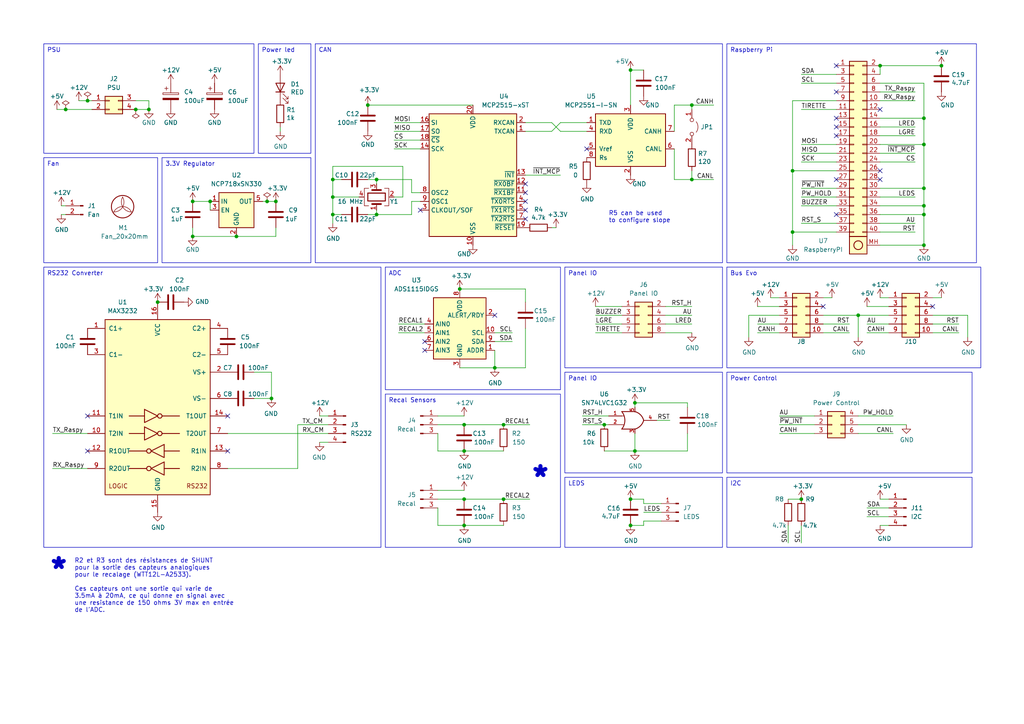
<source format=kicad_sch>
(kicad_sch (version 20230121) (generator eeschema)
  (paper "A4")
  (title_block (title "CarteIO Raspberry Pi") (date "2024-12-14") (rev "V6.2"))
  (junction (at 80.01 58.42))
  (junction (at 45.72 87.63))
  (junction (at 134.62 130.81))
  (junction (at 106.68 30.48))
  (junction (at 25.4 29.21))
  (junction (at 184.15 116.84))
  (junction (at 255.27 19.05))
  (junction (at 109.22 62.23))
  (junction (at 229.87 49.53))
  (junction (at 134.62 123.19))
  (junction (at 182.88 152.4))
  (junction (at 184.15 130.81))
  (junction (at 77.47 58.42))
  (junction (at 96.52 62.23))
  (junction (at 109.22 52.07))
  (junction (at 143.51 106.68))
  (junction (at 248.92 91.44))
  (junction (at 229.87 67.31))
  (junction (at 200.66 52.07))
  (junction (at 68.58 68.58))
  (junction (at 19.05 31.75))
  (junction (at 267.97 71.12))
  (junction (at 55.88 58.42))
  (junction (at 146.05 144.78))
  (junction (at 182.88 144.78))
  (junction (at 175.26 123.19))
  (junction (at 267.97 59.69))
  (junction (at 267.97 62.23))
  (junction (at 78.74 115.57))
  (junction (at 96.52 57.15))
  (junction (at 200.66 30.48))
  (junction (at 146.05 123.19))
  (junction (at 55.88 68.58))
  (junction (at 133.35 83.82))
  (junction (at 60.96 58.42))
  (junction (at 267.97 41.91))
  (junction (at 134.62 152.4))
  (junction (at 232.41 144.78))
  (junction (at 273.05 19.05))
  (junction (at 39.37 31.75))
  (junction (at 267.97 54.61))
  (junction (at 43.18 31.75))
  (junction (at 182.88 20.32))
  (junction (at 267.97 34.29))
  (junction (at 134.62 144.78))
  (junction (at 96.52 52.07))
  (no_connect (at 242.57 34.29))
  (no_connect (at 66.04 120.65))
  (no_connect (at 123.19 101.6))
  (no_connect (at 242.57 39.37))
  (no_connect (at 242.57 19.05))
  (no_connect (at 152.4 55.88))
  (no_connect (at 152.4 53.34))
  (no_connect (at 170.18 43.18))
  (no_connect (at 255.27 31.75))
  (no_connect (at 242.57 62.23))
  (no_connect (at 270.51 88.9))
  (no_connect (at 255.27 49.53))
  (no_connect (at 123.19 99.06))
  (no_connect (at 25.4 120.65))
  (no_connect (at 242.57 36.83))
  (no_connect (at 152.4 58.42))
  (no_connect (at 255.27 52.07))
  (no_connect (at 152.4 60.96))
  (no_connect (at 242.57 26.67))
  (no_connect (at 143.51 91.44))
  (no_connect (at 25.4 130.81))
  (no_connect (at 152.4 63.5))
  (no_connect (at 238.76 88.9))
  (no_connect (at 66.04 130.81))
  (no_connect (at 242.57 52.07))
  (no_connect (at 121.92 60.96))
  (wire (pts (xy 127 144.78) (xy 134.62 144.78)))
  (wire (pts (xy 186.69 152.4) (xy 186.69 151.13)))
  (wire (pts (xy 109.22 52.07) (xy 109.22 53.34)))
  (wire (pts (xy 15.24 125.73) (xy 25.4 125.73)))
  (wire (pts (xy 232.41 152.4) (xy 232.41 157.48)))
  (wire (pts (xy 119.38 58.42) (xy 121.92 58.42)))
  (wire (pts (xy 219.71 88.9) (xy 226.06 88.9)))
  (wire (pts (xy 134.62 144.78) (xy 146.05 144.78)))
  (wire (pts (xy 81.28 38.1) (xy 81.28 36.83)))
  (wire (pts (xy 255.27 54.61) (xy 267.97 54.61)))
  (wire (pts (xy 184.15 130.81) (xy 199.39 130.81)))
  (wire (pts (xy 134.62 152.4) (xy 127 152.4)))
  (wire (pts (xy 200.66 49.53) (xy 200.66 52.07)))
  (wire (pts (xy 193.04 93.98) (xy 200.66 93.98)))
  (wire (pts (xy 66.04 135.89) (xy 86.36 135.89)))
  (wire (pts (xy 96.52 57.15) (xy 96.52 52.07)))
  (wire (pts (xy 226.06 93.98) (xy 219.71 93.98)))
  (wire (pts (xy 127 123.19) (xy 134.62 123.19)))
  (wire (pts (xy 232.41 64.77) (xy 242.57 64.77)))
  (wire (pts (xy 255.27 64.77) (xy 265.43 64.77)))
  (wire (pts (xy 267.97 62.23) (xy 255.27 62.23)))
  (wire (pts (xy 200.66 30.48) (xy 200.66 31.75)))
  (wire (pts (xy 217.17 91.44) (xy 217.17 97.79)))
  (wire (pts (xy 152.4 106.68) (xy 152.4 95.25)))
  (wire (pts (xy 228.6 152.4) (xy 228.6 157.48)))
  (wire (pts (xy 255.27 46.99) (xy 265.43 46.99)))
  (wire (pts (xy 152.4 35.56) (xy 160.02 35.56)))
  (wire (pts (xy 190.5 121.92) (xy 194.31 121.92)))
  (wire (pts (xy 78.74 115.57) (xy 78.74 107.95)))
  (wire (pts (xy 232.41 21.59) (xy 242.57 21.59)))
  (wire (pts (xy 199.39 130.81) (xy 199.39 125.73)))
  (wire (pts (xy 162.56 38.1) (xy 170.18 38.1)))
  (wire (pts (xy 172.72 93.98) (xy 180.34 93.98)))
  (wire (pts (xy 229.87 49.53) (xy 242.57 49.53)))
  (wire (pts (xy 96.52 48.26) (xy 116.84 48.26)))
  (wire (pts (xy 96.52 62.23) (xy 96.52 64.77)))
  (wire (pts (xy 143.51 99.06) (xy 148.59 99.06)))
  (wire (pts (xy 248.92 125.73) (xy 259.08 125.73)))
  (wire (pts (xy 119.38 62.23) (xy 119.38 58.42)))
  (wire (pts (xy 96.52 57.15) (xy 104.14 57.15)))
  (wire (pts (xy 133.35 83.82) (xy 152.4 83.82)))
  (wire (pts (xy 55.88 68.58) (xy 55.88 66.04)))
  (wire (pts (xy 195.58 30.48) (xy 200.66 30.48)))
  (wire (pts (xy 106.68 62.23) (xy 109.22 62.23)))
  (wire (pts (xy 86.36 123.19) (xy 95.25 123.19)))
  (wire (pts (xy 255.27 39.37) (xy 265.43 39.37)))
  (wire (pts (xy 226.06 125.73) (xy 236.22 125.73)))
  (wire (pts (xy 265.43 67.31) (xy 255.27 67.31)))
  (wire (pts (xy 116.84 57.15) (xy 116.84 48.26)))
  (wire (pts (xy 251.46 88.9) (xy 257.81 88.9)))
  (wire (pts (xy 119.38 55.88) (xy 119.38 52.07)))
  (wire (pts (xy 86.36 135.89) (xy 86.36 123.19)))
  (wire (pts (xy 68.58 68.58) (xy 55.88 68.58)))
  (wire (pts (xy 184.15 116.84) (xy 184.15 118.11)))
  (wire (pts (xy 229.87 67.31) (xy 229.87 71.12)))
  (wire (pts (xy 232.41 144.78) (xy 228.6 144.78)))
  (wire (pts (xy 60.96 58.42) (xy 60.96 60.96)))
  (wire (pts (xy 109.22 52.07) (xy 119.38 52.07)))
  (wire (pts (xy 255.27 19.05) (xy 255.27 21.59)))
  (wire (pts (xy 95.25 120.65) (xy 92.71 120.65)))
  (wire (pts (xy 143.51 96.52) (xy 148.59 96.52)))
  (wire (pts (xy 255.27 36.83) (xy 265.43 36.83)))
  (wire (pts (xy 146.05 144.78) (xy 153.67 144.78)))
  (wire (pts (xy 162.56 35.56) (xy 170.18 35.56)))
  (wire (pts (xy 257.81 93.98) (xy 251.46 93.98)))
  (wire (pts (xy 134.62 152.4) (xy 146.05 152.4)))
  (wire (pts (xy 257.81 91.44) (xy 248.92 91.44)))
  (wire (pts (xy 267.97 54.61) (xy 267.97 59.69)))
  (wire (pts (xy 255.27 144.78) (xy 257.81 144.78)))
  (wire (pts (xy 182.88 20.32) (xy 182.88 30.48)))
  (wire (pts (xy 172.72 91.44) (xy 180.34 91.44)))
  (wire (pts (xy 19.05 59.69) (xy 17.78 59.69)))
  (wire (pts (xy 255.27 152.4) (xy 257.81 152.4)))
  (wire (pts (xy 199.39 116.84) (xy 199.39 118.11)))
  (wire (pts (xy 121.92 43.18) (xy 114.3 43.18)))
  (wire (pts (xy 109.22 62.23) (xy 109.22 60.96)))
  (wire (pts (xy 242.57 57.15) (xy 232.41 57.15)))
  (wire (pts (xy 193.04 96.52) (xy 200.66 96.52)))
  (wire (pts (xy 238.76 96.52) (xy 246.38 96.52)))
  (wire (pts (xy 160.02 38.1) (xy 162.56 35.56)))
  (wire (pts (xy 121.92 35.56) (xy 114.3 35.56)))
  (wire (pts (xy 22.86 29.21) (xy 25.4 29.21)))
  (wire (pts (xy 223.52 86.36) (xy 226.06 86.36)))
  (wire (pts (xy 257.81 147.32) (xy 251.46 147.32)))
  (wire (pts (xy 39.37 29.21) (xy 43.18 29.21)))
  (wire (pts (xy 96.52 52.07) (xy 96.52 48.26)))
  (wire (pts (xy 200.66 52.07) (xy 207.01 52.07)))
  (wire (pts (xy 115.57 93.98) (xy 123.19 93.98)))
  (wire (pts (xy 229.87 49.53) (xy 229.87 67.31)))
  (wire (pts (xy 121.92 38.1) (xy 114.3 38.1)))
  (wire (pts (xy 116.84 57.15) (xy 114.3 57.15)))
  (wire (pts (xy 195.58 38.1) (xy 195.58 30.48)))
  (wire (pts (xy 267.97 24.13) (xy 267.97 34.29)))
  (wire (pts (xy 200.66 30.48) (xy 207.01 30.48)))
  (wire (pts (xy 25.4 135.89) (xy 15.24 135.89)))
  (wire (pts (xy 182.88 144.78) (xy 186.69 144.78)))
  (wire (pts (xy 121.92 40.64) (xy 114.3 40.64)))
  (wire (pts (xy 232.41 24.13) (xy 242.57 24.13)))
  (wire (pts (xy 193.04 88.9) (xy 200.66 88.9)))
  (wire (pts (xy 267.97 34.29) (xy 267.97 41.91)))
  (wire (pts (xy 168.91 120.65) (xy 176.53 120.65)))
  (wire (pts (xy 133.35 106.68) (xy 143.51 106.68)))
  (wire (pts (xy 66.04 125.73) (xy 95.25 125.73)))
  (wire (pts (xy 251.46 96.52) (xy 257.81 96.52)))
  (wire (pts (xy 127 152.4) (xy 127 147.32)))
  (wire (pts (xy 115.57 96.52) (xy 123.19 96.52)))
  (wire (pts (xy 270.51 96.52) (xy 278.13 96.52)))
  (wire (pts (xy 255.27 44.45) (xy 265.43 44.45)))
  (wire (pts (xy 146.05 123.19) (xy 153.67 123.19)))
  (wire (pts (xy 255.27 41.91) (xy 267.97 41.91)))
  (wire (pts (xy 43.18 29.21) (xy 43.18 31.75)))
  (wire (pts (xy 134.62 130.81) (xy 127 130.81)))
  (wire (pts (xy 232.41 59.69) (xy 242.57 59.69)))
  (wire (pts (xy 267.97 41.91) (xy 267.97 54.61)))
  (wire (pts (xy 99.06 62.23) (xy 96.52 62.23)))
  (wire (pts (xy 109.22 52.07) (xy 106.68 52.07)))
  (wire (pts (xy 127 130.81) (xy 127 125.73)))
  (wire (pts (xy 182.88 152.4) (xy 186.69 152.4)))
  (wire (pts (xy 232.41 46.99) (xy 242.57 46.99)))
  (wire (pts (xy 226.06 120.65) (xy 236.22 120.65)))
  (wire (pts (xy 143.51 101.6) (xy 143.51 106.68)))
  (wire (pts (xy 257.81 149.86) (xy 251.46 149.86)))
  (wire (pts (xy 255.27 19.05) (xy 273.05 19.05)))
  (wire (pts (xy 152.4 50.8) (xy 162.56 50.8)))
  (wire (pts (xy 242.57 54.61) (xy 232.41 54.61)))
  (wire (pts (xy 255.27 34.29) (xy 267.97 34.29)))
  (wire (pts (xy 248.92 97.79) (xy 248.92 91.44)))
  (wire (pts (xy 16.51 31.75) (xy 19.05 31.75)))
  (wire (pts (xy 172.72 88.9) (xy 180.34 88.9)))
  (wire (pts (xy 134.62 142.24) (xy 127 142.24)))
  (wire (pts (xy 77.47 58.42) (xy 80.01 58.42)))
  (wire (pts (xy 270.51 91.44) (xy 280.67 91.44)))
  (wire (pts (xy 19.05 31.75) (xy 26.67 31.75)))
  (wire (pts (xy 134.62 123.19) (xy 146.05 123.19)))
  (wire (pts (xy 255.27 71.12) (xy 267.97 71.12)))
  (wire (pts (xy 152.4 83.82) (xy 152.4 87.63)))
  (wire (pts (xy 270.51 93.98) (xy 278.13 93.98)))
  (wire (pts (xy 106.68 30.48) (xy 137.16 30.48)))
  (wire (pts (xy 238.76 93.98) (xy 246.38 93.98)))
  (wire (pts (xy 73.66 115.57) (xy 78.74 115.57)))
  (wire (pts (xy 168.91 123.19) (xy 175.26 123.19)))
  (wire (pts (xy 143.51 106.68) (xy 152.4 106.68)))
  (wire (pts (xy 232.41 44.45) (xy 242.57 44.45)))
  (wire (pts (xy 80.01 68.58) (xy 68.58 68.58)))
  (wire (pts (xy 195.58 52.07) (xy 200.66 52.07)))
  (wire (pts (xy 121.92 55.88) (xy 119.38 55.88)))
  (wire (pts (xy 96.52 52.07) (xy 99.06 52.07)))
  (wire (pts (xy 186.69 151.13) (xy 191.77 151.13)))
  (wire (pts (xy 55.88 58.42) (xy 60.96 58.42)))
  (wire (pts (xy 152.4 38.1) (xy 160.02 38.1)))
  (wire (pts (xy 186.69 146.05) (xy 191.77 146.05)))
  (wire (pts (xy 175.26 130.81) (xy 184.15 130.81)))
  (wire (pts (xy 255.27 86.36) (xy 257.81 86.36)))
  (wire (pts (xy 238.76 91.44) (xy 248.92 91.44)))
  (wire (pts (xy 76.2 58.42) (xy 77.47 58.42)))
  (wire (pts (xy 248.92 120.65) (xy 259.08 120.65)))
  (wire (pts (xy 80.01 66.04) (xy 80.01 68.58)))
  (wire (pts (xy 191.77 148.59) (xy 186.69 148.59)))
  (wire (pts (xy 248.92 123.19) (xy 262.89 123.19)))
  (wire (pts (xy 184.15 125.73) (xy 184.15 130.81)))
  (wire (pts (xy 255.27 29.21) (xy 265.43 29.21)))
  (wire (pts (xy 255.27 24.13) (xy 267.97 24.13)))
  (wire (pts (xy 127 120.65) (xy 134.62 120.65)))
  (wire (pts (xy 109.22 62.23) (xy 119.38 62.23)))
  (wire (pts (xy 39.37 31.75) (xy 43.18 31.75)))
  (wire (pts (xy 267.97 59.69) (xy 267.97 62.23)))
  (wire (pts (xy 160.02 35.56) (xy 162.56 38.1)))
  (wire (pts (xy 160.02 66.04) (xy 161.29 66.04)))
  (wire (pts (xy 238.76 86.36) (xy 241.3 86.36)))
  (wire (pts (xy 267.97 71.12) (xy 267.97 62.23)))
  (wire (pts (xy 226.06 123.19) (xy 236.22 123.19)))
  (wire (pts (xy 232.41 31.75) (xy 242.57 31.75)))
  (wire (pts (xy 78.74 107.95) (xy 73.66 107.95)))
  (wire (pts (xy 96.52 62.23) (xy 96.52 57.15)))
  (wire (pts (xy 255.27 57.15) (xy 265.43 57.15)))
  (wire (pts (xy 175.26 123.19) (xy 176.53 123.19)))
  (wire (pts (xy 229.87 67.31) (xy 242.57 67.31)))
  (wire (pts (xy 219.71 96.52) (xy 226.06 96.52)))
  (wire (pts (xy 232.41 41.91) (xy 242.57 41.91)))
  (wire (pts (xy 195.58 43.18) (xy 195.58 52.07)))
  (wire (pts (xy 255.27 26.67) (xy 265.43 26.67)))
  (wire (pts (xy 270.51 86.36) (xy 273.05 86.36)))
  (wire (pts (xy 229.87 29.21) (xy 229.87 49.53)))
  (wire (pts (xy 184.15 116.84) (xy 199.39 116.84)))
  (wire (pts (xy 182.88 20.32) (xy 186.69 20.32)))
  (wire (pts (xy 95.25 128.27) (xy 92.71 128.27)))
  (wire (pts (xy 186.69 144.78) (xy 186.69 146.05)))
  (wire (pts (xy 226.06 91.44) (xy 217.17 91.44)))
  (wire (pts (xy 180.34 96.52) (xy 172.72 96.52)))
  (wire (pts (xy 242.57 29.21) (xy 229.87 29.21)))
  (wire (pts (xy 25.4 29.21) (xy 26.67 29.21)))
  (wire (pts (xy 200.66 91.44) (xy 193.04 91.44)))
  (wire (pts (xy 255.27 59.69) (xy 267.97 59.69)))
  (wire (pts (xy 134.62 130.81) (xy 146.05 130.81)))
  (wire (pts (xy 19.05 62.23) (xy 17.78 62.23)))
  (wire (pts (xy 280.67 97.79) (xy 280.67 91.44)))
  (text_box "I2C" (at 210.82 138.43 0) (size 71.12 20.32) (effects (font (size 1.27 1.27)) (justify left top)))
  (text_box "RS232 Converter" (at 12.7 77.47 0) (size 97.79 81.28) (effects (font (size 1.27 1.27)) (justify left top)))
  (text_box "Fan" (at 12.7 45.72 0) (size 33.02 30.48) (effects (font (size 1.27 1.27)) (justify left top)))
  (text_box "PSU" (at 12.7 12.7 0) (size 60.96 31.75) (effects (font (size 1.27 1.27)) (justify left top)))
  (text_box "Power Control" (at 210.82 107.95 0) (size 71.12 29.21) (effects (font (size 1.27 1.27)) (justify left top)))
  (text_box "Bus Evo" (at 210.82 77.47 0) (size 73.66 29.21) (effects (font (size 1.27 1.27)) (justify left top)))
  (text_box "Raspberry Pi" (at 210.82 12.7 0) (size 72.39 63.5) (effects (font (size 1.27 1.27)) (justify left top)))
  (text_box "ADC" (at 111.76 77.47 0) (size 50.8 35.56) (effects (font (size 1.27 1.27)) (justify left top)))
  (text_box "3.3V Regulator" (at 46.99 45.72 0) (size 43.18 30.48) (effects (font (size 1.27 1.27)) (justify left top)))
  (text_box "Panel IO" (at 163.83 77.47 0) (size 45.72 29.21) (effects (font (size 1.27 1.27)) (justify left top)))
  (text_box "LEDS" (at 163.83 138.43 0) (size 45.72 20.32) (effects (font (size 1.27 1.27)) (justify left top)))
  (text_box "Power led" (at 74.93 12.7 0) (size 15.24 31.75) (effects (font (size 1.27 1.27)) (justify left top)))
  (text_box "Recal Sensors" (at 111.76 114.3 0) (size 50.8 44.45) (effects (font (size 1.27 1.27)) (justify left top)))
  (text_box "CAN" (at 91.44 12.7 0) (size 118.11 63.5) (effects (font (size 1.27 1.27)) (justify left top)))
  (text_box "Panel IO" (at 163.83 107.95 0) (size 45.72 29.21) (effects (font (size 1.27 1.27)) (justify left top)))
  (text "*" (at 13.97 168.91 0) (effects (font (size 6 6) (thickness 1.2) bold) (justify left bottom)))
  (text "R5 can be used\nto configure slope" (at 176.53 64.77 0) (effects (font (size 1.27 1.27)) (justify left bottom)))
  (text "R2 et R3 sont des résistances de SHUNT\npour la sortie des capteurs analogiques\npour le recalage (WTT12L-A2533).\n\nCes capteurs ont une sortie qui varie de\n3.5mA à 20mA, ce qui donne en signal avec\nune resistance de 150 ohms 3V max en entrée\nde l'ADC." (at 21.59 177.8 0) (effects (font (size 1.27 1.27)) (justify left bottom)))
  (text "*" (at 153.67 142.24 0) (effects (font (size 6 6) (thickness 1.2) bold) (justify left bottom)))
  (label "CS" (at 265.43 46.99 180))
  (label "LRED" (at 265.43 36.83 180))
  (label "TX_Raspy" (at 15.24 125.73 0))
  (label "PW_HOLD" (at 259.08 120.65 180))
  (label "RST_H" (at 168.91 120.65 0))
  (label "AU" (at 219.71 93.98 0))
  (label "RX_CM" (at 87.63 125.73 0))
  (label "MOSI" (at 114.3 35.56 0))
  (label "RECAL2" (at 115.57 96.52 0))
  (label "SDA" (at 148.59 99.06 180))
  (label "CANH" (at 226.06 125.73 0))
  (label "RECAL2" (at 153.67 144.78 180))
  (label "LGRE" (at 265.43 39.37 180))
  (label "SCL" (at 251.46 149.86 0))
  (label "LEDS" (at 265.43 57.15 180))
  (label "CS" (at 114.3 40.64 0))
  (label "SCL" (at 148.59 96.52 180))
  (label "RECAL1" (at 115.57 93.98 0))
  (label "CANL" (at 246.38 96.52 180))
  (label "AU" (at 265.43 64.77 180))
  (label "CANH" (at 207.01 30.48 180))
  (label "~{INT_MCP}" (at 265.43 44.45 180))
  (label "AU" (at 200.66 91.44 180))
  (label "LGRE" (at 172.72 93.98 0))
  (label "TX_CM" (at 87.63 123.19 0))
  (label "CANH" (at 251.46 96.52 0))
  (label "~{PW_INT}" (at 232.41 54.61 0))
  (label "RST_H" (at 200.66 88.9 180))
  (label "CANL" (at 207.01 52.07 180))
  (label "BUZZER" (at 172.72 91.44 0))
  (label "SCK" (at 114.3 43.18 0))
  (label "TX_Raspy" (at 265.43 26.67 180))
  (label "SCL" (at 232.41 24.13 0))
  (label "LRED" (at 200.66 93.98 180))
  (label "MOSI" (at 232.41 41.91 0))
  (label "TIRETTE" (at 172.72 96.52 0))
  (label "BUZZER" (at 232.41 59.69 0))
  (label "SDA" (at 232.41 21.59 0))
  (label "PW_HOLD" (at 232.41 57.15 0))
  (label "RECAL1" (at 153.67 123.19 180))
  (label "SDA" (at 228.6 157.48 90))
  (label "RST_S" (at 232.41 64.77 0))
  (label "RST" (at 265.43 67.31 180))
  (label "LEDS" (at 186.69 148.59 0))
  (label "RX_Raspy" (at 265.43 29.21 180))
  (label "RST" (at 194.31 121.92 180))
  (label "~{PW_INT}" (at 226.06 123.19 0))
  (label "RST_S" (at 168.91 123.19 0))
  (label "RST" (at 278.13 93.98 180))
  (label "AU" (at 251.46 93.98 0))
  (label "SCL" (at 232.41 157.48 90))
  (label "MISO" (at 232.41 44.45 0))
  (label "AU" (at 226.06 120.65 0))
  (label "CANL" (at 259.08 125.73 180))
  (label "RST" (at 246.38 93.98 180))
  (label "SDA" (at 251.46 147.32 0))
  (label "CANH" (at 219.71 96.52 0))
  (label "SCK" (at 232.41 46.99 0))
  (label "CANL" (at 278.13 96.52 180))
  (label "~{INT_MCP}" (at 162.56 50.8 180))
  (label "RX_Raspy" (at 15.24 135.89 0))
  (label "MISO" (at 114.3 38.1 0))
  (label "TIRETTE" (at 232.41 31.75 0))
  (symbol (lib_id "Device:LED") (at 81.28 25.4 90) (unit 1)
    (property "Reference" "D1" (at 84.2772 24.4094 90) (effects (justify right)))
    (property "Value" "RED" (at 84.2772 26.7208 90) (effects (justify right)))
    (property "Footprint" "LED_SMD:LED_0805_2012Metric" (effects hide))
  )
  (symbol (lib_id "Device:R") (at 81.28 33.02 0) (unit 1)
    (property "Reference" "R1" (at 83.058 31.8516 0) (effects (justify left)))
    (property "Value" "1k" (at 83.058 34.163 0) (effects (justify left)))
    (property "Footprint" "Resistor_SMD:R_0603_1608Metric" (effects hide))
  )
  (symbol (lib_id "power:GND") (at 81.28 38.1 0) (unit 1)
    (property "Reference" "#PWR018" (effects hide))
    (property "Value" "GND" (at 81.407 42.4942 0))
  )
  (symbol (lib_id "Device:C") (at 69.85 107.95 270) (unit 1)
    (property "Reference" "C7" (at 66.04 106.68 90))
    (property "Value" "100nF" (at 74.93 106.68 90))
    (property "Footprint" "Capacitor_SMD:C_0603_1608Metric" (effects hide))
  )
  (symbol (lib_id "Device:C") (at 69.85 115.57 270) (unit 1)
    (property "Reference" "C8" (at 66.04 114.3 90))
    (property "Value" "100nF" (at 74.93 114.3 90))
    (property "Footprint" "Capacitor_SMD:C_0603_1608Metric" (effects hide))
  )
  (symbol (lib_id "Device:C") (at 49.53 87.63 270) (unit 1)
    (property "Reference" "C2" (at 52.07 81.28 90))
    (property "Value" "100nF" (at 52.07 83.82 90))
    (property "Footprint" "Capacitor_SMD:C_0603_1608Metric" (effects hide))
  )
  (symbol (lib_id "power:GND") (at 78.74 115.57 0) (mirror y) (unit 1)
    (property "Reference" "#PWR015" (effects hide))
    (property "Value" "GND" (at 78.613 119.9642 0))
  )
  (symbol (lib_id "Device:C") (at 66.04 99.06 180) (unit 1)
    (property "Reference" "C5" (at 71.12 97.79 0))
    (property "Value" "100nF" (at 72.39 100.33 0))
    (property "Footprint" "Capacitor_SMD:C_0603_1608Metric" (effects hide))
  )
  (symbol (lib_id "Device:C") (at 25.4 99.06 180) (unit 1)
    (property "Reference" "C1" (at 20.32 97.79 0))
    (property "Value" "100nF" (at 19.05 100.33 0))
    (property "Footprint" "Capacitor_SMD:C_0603_1608Metric" (effects hide))
  )
  (symbol (lib_id "power:GND") (at 273.05 26.67 0) (unit 1)
    (property "Reference" "#PWR056" (effects hide))
    (property "Value" "GND" (at 276.86 30.48 0) (effects (justify right)))
  )
  (symbol (lib_id "power:GND") (at 137.16 71.12 0) (unit 1)
    (property "Reference" "#PWR029" (effects hide))
    (property "Value" "GND" (at 134.62 73.66 0))
  )
  (symbol (lib_id "Device:R") (at 156.21 66.04 270) (unit 1)
    (property "Reference" "R4" (at 156.21 60.7822 90))
    (property "Value" "4.7k" (at 156.21 63.0936 90))
    (property "Footprint" "Resistor_SMD:R_0603_1608Metric" (effects hide))
  )
  (symbol (lib_id "power:GND") (at 106.68 38.1 0) (unit 1)
    (property "Reference" "#PWR023" (effects hide))
    (property "Value" "GND" (at 106.68 41.91 0))
  )
  (symbol (lib_id "power:+3.3V") (at 161.29 66.04 0) (unit 1)
    (property "Reference" "#PWR031" (effects hide))
    (property "Value" "+3.3V" (at 158.75 62.23 0) (effects (justify left)))
  )
  (symbol (lib_id "Interface_CAN_LIN:MCP2551-I-SN") (at 182.88 40.64 0) (unit 1)
    (property "Reference" "U5" (at 171.45 27.94 0))
    (property "Value" "MCP2551-I-SN" (at 171.45 30.48 0))
    (property "Footprint" "Package_SO:SOIC-8_3.9x4.9mm_P1.27mm" (effects hide))
    (property "Datasheet" "http://ww1.microchip.com/downloads/en/devicedoc/21667d.pdf" (effects hide))
  )
  (symbol (lib_id "power:+12V") (at 22.86 29.21 0) (unit 1)
    (property "Reference" "#PWR04" (effects hide))
    (property "Value" "+12V" (at 22.86 25.4 0))
  )
  (symbol (lib_id "power:GND") (at 49.53 31.75 0) (unit 1)
    (property "Reference" "#PWR012" (effects hide))
    (property "Value" "GND" (at 49.53 35.56 0))
  )
  (symbol (lib_id "power:GND") (at 62.23 31.75 0) (unit 1)
    (property "Reference" "#PWR014" (effects hide))
    (property "Value" "GND" (at 62.23 35.56 0))
  )
  (symbol (lib_id "Device:C") (at 273.05 22.86 0) (unit 1)
    (property "Reference" "C19" (at 275.971 21.6916 0) (effects (justify left)))
    (property "Value" "4.7uF" (at 275.971 24.003 0) (effects (justify left)))
    (property "Footprint" "Capacitor_SMD:C_0603_1608Metric" (effects hide))
  )
  (symbol (lib_id "power:GND") (at 170.18 53.34 0) (unit 1)
    (property "Reference" "#PWR032" (effects hide))
    (property "Value" "GND" (at 170.307 57.7342 0))
  )
  (symbol (lib_id "power:GND") (at 182.88 50.8 0) (unit 1)
    (property "Reference" "#PWR035" (effects hide))
    (property "Value" "GND" (at 185.42 53.34 0))
  )
  (symbol (lib_id "Device:C") (at 106.68 34.29 0) (unit 1)
    (property "Reference" "C12" (at 100.33 33.02 0) (effects (justify left)))
    (property "Value" "100nF" (at 97.79 35.56 0) (effects (justify left)))
    (property "Footprint" "Capacitor_SMD:C_0603_1608Metric" (effects hide))
  )
  (symbol (lib_id "power:+5V") (at 182.88 20.32 0) (unit 1)
    (property "Reference" "#PWR034" (effects hide))
    (property "Value" "+5V" (at 180.34 17.78 0))
  )
  (symbol (lib_id "Device:C") (at 186.69 24.13 180) (unit 1)
    (property "Reference" "C17" (at 191.77 22.86 0))
    (property "Value" "100nF" (at 193.04 25.4 0))
    (property "Footprint" "Capacitor_SMD:C_0603_1608Metric" (effects hide))
  )
  (symbol (lib_id "Device:R") (at 200.66 45.72 0) (unit 1)
    (property "Reference" "R7" (at 202.438 44.5516 0) (effects (justify left)))
    (property "Value" "120" (at 202.438 46.863 0) (effects (justify left)))
    (property "Footprint" "Resistor_SMD:R_0603_1608Metric" (effects hide))
  )
  (symbol (lib_id "Device:C") (at 182.88 148.59 0) (mirror y) (unit 1)
    (property "Reference" "C16" (at 179.959 147.4216 0) (effects (justify left)))
    (property "Value" "4.7uF" (at 179.959 149.733 0) (effects (justify left)))
    (property "Footprint" "Capacitor_SMD:C_0603_1608Metric" (effects hide))
  )
  (symbol (lib_id "Device:C") (at 102.87 62.23 270) (mirror x) (unit 1)
    (property "Reference" "C11" (at 99.06 63.5 90))
    (property "Value" "22pF" (at 106.68 63.5 90))
    (property "Footprint" "Capacitor_SMD:C_0603_1608Metric" (effects hide))
  )
  (symbol (lib_id "Device:C") (at 102.87 52.07 270) (mirror x) (unit 1)
    (property "Reference" "C10" (at 99.06 50.8 90))
    (property "Value" "22pF" (at 106.68 50.8 90))
    (property "Footprint" "Capacitor_SMD:C_0603_1608Metric" (effects hide))
  )
  (symbol (lib_id "power:+3.3V") (at 106.68 30.48 0) (unit 1)
    (property "Reference" "#PWR022" (effects hide))
    (property "Value" "+3.3V" (at 107.061 26.0858 0))
  )
  (symbol (lib_id "Interface_UART:MAX3232") (at 45.72 118.11 0) (unit 1)
    (property "Reference" "U1" (at 35.56 87.63 0))
    (property "Value" "MAX3232" (at 35.56 90.17 0))
    (property "Footprint" "Package_SO:TSSOP-16_4.4x5mm_P0.65mm" (effects hide))
    (property "Datasheet" "https://datasheets.maximintegrated.com/en/ds/MAX3222-MAX3241.pdf" (effects hide))
  )
  (symbol (lib_id "power:GND") (at 53.34 87.63 90) (unit 1)
    (property "Reference" "#PWR08" (effects hide))
    (property "Value" "GND" (at 56.5912 87.503 90) (effects (justify right)))
  )
  (symbol (lib_id "power:+3.3V") (at 45.72 87.63 0) (unit 1)
    (property "Reference" "#PWR06" (effects hide))
    (property "Value" "+3.3V" (at 44.45 83.82 0))
  )
  (symbol (lib_id "power:GND") (at 45.72 148.59 0) (unit 1)
    (property "Reference" "#PWR07" (effects hide))
    (property "Value" "GND" (at 45.847 152.9842 0))
  )
  (symbol (lib_id "Device:R") (at 228.6 148.59 0) (mirror x) (unit 1)
    (property "Reference" "R8" (at 226.06 144.78 0))
    (property "Value" "4.7k" (at 226.06 152.4 0))
    (property "Footprint" "Resistor_SMD:R_0603_1608Metric" (effects hide))
  )
  (symbol (lib_id "Device:R") (at 232.41 148.59 180) (unit 1)
    (property "Reference" "R9" (at 234.95 144.78 0))
    (property "Value" "4.7k" (at 234.95 152.4 0))
    (property "Footprint" "Resistor_SMD:R_0603_1608Metric" (effects hide))
  )
  (symbol (lib_id "power:+3.3V") (at 232.41 144.78 0) (unit 1)
    (property "Reference" "#PWR046" (effects hide))
    (property "Value" "+3.3V" (at 229.87 140.97 0) (effects (justify left)))
  )
  (symbol (lib_id "power:+12V") (at 92.71 120.65 0) (unit 1)
    (property "Reference" "#PWR019" (effects hide))
    (property "Value" "+12V" (at 90.17 116.84 0) (effects (justify left)))
  )
  (symbol (lib_id "Connector_Generic:Conn_02x05_Odd_Even") (at 231.14 91.44 0) (unit 1)
    (property "Reference" "J8" (at 232.41 99.06 0))
    (property "Value" "Bus Evo" (effects hide))
    (property "Footprint" "ConnectorsEvo:690367281076" (effects hide))
  )
  (symbol (lib_id "power:+5V") (at 219.71 88.9 0) (unit 1)
    (property "Reference" "#PWR043" (effects hide))
    (property "Value" "+5V" (at 219.71 85.09 0))
  )
  (symbol (lib_id "power:+12V") (at 223.52 86.36 0) (unit 1)
    (property "Reference" "#PWR044" (effects hide))
    (property "Value" "+12V" (at 223.52 82.55 0))
  )
  (symbol (lib_id "power:GND") (at 217.17 97.79 0) (unit 1)
    (property "Reference" "#PWR042" (effects hide))
    (property "Value" "GND" (at 217.297 102.1842 0))
  )
  (symbol (lib_id "power:+12V") (at 49.53 24.13 0) (unit 1)
    (property "Reference" "#PWR011" (effects hide))
    (property "Value" "+12V" (at 49.53 20.32 0))
  )
  (symbol (lib_id "power:+5V") (at 62.23 24.13 0) (unit 1)
    (property "Reference" "#PWR013" (effects hide))
    (property "Value" "+5V" (at 62.23 20.32 0))
  )
  (symbol (lib_id "power:GND") (at 248.92 97.79 0) (unit 1)
    (property "Reference" "#PWR048" (effects hide))
    (property "Value" "GND" (at 249.047 102.1842 0))
  )
  (symbol (lib_id "ComponentsEvo:RaspberryPI") (at 248.92 43.18 0) (unit 1)
    (property "Reference" "U7" (at 238.76 69.85 0))
    (property "Value" "RaspberryPI" (at 238.76 72.39 0))
    (property "Footprint" "ComponentsEvo:Shield_Raspberry_Pi_with_11mm_Header" (effects hide))
  )
  (symbol (lib_id "power:+3.3V") (at 184.15 116.84 0) (unit 1)
    (property "Reference" "#PWR038" (effects hide))
    (property "Value" "+3.3V" (at 181.61 113.03 0) (effects (justify left)))
  )
  (symbol (lib_id "Device:C") (at 55.88 62.23 0) (unit 1)
    (property "Reference" "C3" (at 49.53 60.96 0) (effects (justify left)))
    (property "Value" "1uF" (at 49.53 63.5 0) (effects (justify left)))
    (property "Footprint" "Capacitor_SMD:C_0603_1608Metric" (effects hide))
  )
  (symbol (lib_id "Connector:Conn_01x04_Pin") (at 100.33 123.19 0) (mirror y) (unit 1)
    (property "Reference" "J3" (at 101.6 123.19 0) (effects (justify right)))
    (property "Value" "RS232" (at 101.6 125.73 0) (effects (justify right)))
    (property "Footprint" "ConnectorsEvo:B04B-PASK" (effects hide))
  )
  (symbol (lib_id "power:+5V") (at 273.05 86.36 0) (unit 1)
    (property "Reference" "#PWR057" (effects hide))
    (property "Value" "+5V" (at 273.05 82.55 0))
  )
  (symbol (lib_id "Device:C") (at 80.01 62.23 0) (mirror y) (unit 1)
    (property "Reference" "C9" (at 86.36 60.96 0) (effects (justify left)))
    (property "Value" "1uF" (at 86.36 63.5 0) (effects (justify left)))
    (property "Footprint" "Capacitor_SMD:C_0603_1608Metric" (effects hide))
  )
  (symbol (lib_id "Device:Crystal_GND24") (at 109.22 57.15 270) (mirror x) (unit 1)
    (property "Reference" "Y1" (at 114.3 58.42 90))
    (property "Value" "16 MHz" (at 101.6 58.42 90))
    (property "Footprint" "Crystal:Crystal_SMD_5032-4Pin_5.0x3.2mm" (effects hide))
  )
  (symbol (lib_id "Device:R") (at 146.05 127 180) (unit 1)
    (property "Reference" "R2" (at 151.13 125.73 0) (effects (justify left)))
    (property "Value" "150" (at 152.4 128.27 0) (effects (justify left)))
    (property "Footprint" "Resistor_SMD:R_0603_1608Metric" (effects hide))
  )
  (symbol (lib_id "Regulator_Linear:NCP718xSN330") (at 68.58 60.96 0) (unit 1)
    (property "Reference" "U2" (at 68.58 50.8 0))
    (property "Value" "NCP718xSN330" (at 68.58 53.34 0))
    (property "Footprint" "Package_TO_SOT_SMD:SOT-23-5" (effects hide))
    (property "Datasheet" "https://www.onsemi.com/pub/Collateral/NCP718-D.PDF" (effects hide))
  )
  (symbol (lib_id "Device:C") (at 134.62 148.59 0) (mirror y) (unit 1)
    (property "Reference" "C14" (at 140.97 147.32 0) (effects (justify left)))
    (property "Value" "100nF" (at 143.51 149.86 0) (effects (justify left)))
    (property "Footprint" "Capacitor_SMD:C_0603_1608Metric" (effects hide))
  )
  (symbol (lib_id "power:GND") (at 255.27 152.4 0) (unit 1)
    (property "Reference" "#PWR052" (effects hide))
    (property "Value" "GND" (at 256.54 156.21 0))
  )
  (symbol (lib_id "Jumper:Jumper_2_Open") (at 200.66 36.83 270) (unit 1)
    (property "Reference" "JP1" (at 203.2 36.83 90) (effects (justify left)))
    (property "Value" "Jumper_2_Open" (effects hide))
    (property "Footprint" "Connector_PinHeader_2.54mm:PinHeader_1x02_P2.54mm_Vertical" (effects hide))
  )
  (symbol (lib_id "Device:C") (at 152.4 91.44 0) (mirror y) (unit 1)
    (property "Reference" "C15" (at 158.75 90.17 0) (effects (justify left)))
    (property "Value" "100nF" (at 161.29 92.71 0) (effects (justify left)))
    (property "Footprint" "Capacitor_SMD:C_0603_1608Metric" (effects hide))
  )
  (symbol (lib_id "power:+12V") (at 134.62 142.24 0) (unit 1)
    (property "Reference" "#PWR027" (effects hide))
    (property "Value" "+12V" (at 132.08 138.43 0) (effects (justify left)))
  )
  (symbol (lib_id "power:+5V") (at 251.46 88.9 0) (unit 1)
    (property "Reference" "#PWR049" (effects hide))
    (property "Value" "+5V" (at 251.46 85.09 0))
  )
  (symbol (lib_id "Connector_Generic:Conn_02x05_Odd_Even") (at 262.89 91.44 0) (unit 1)
    (property "Reference" "J10" (at 264.16 99.06 0))
    (property "Value" "Bus Evo" (effects hide))
    (property "Footprint" "ConnectorsEvo:690367281076" (effects hide))
  )
  (symbol (lib_id "power:+3.3V") (at 80.01 58.42 0) (unit 1)
    (property "Reference" "#PWR016" (effects hide))
    (property "Value" "+3.3V" (at 77.47 54.61 0) (effects (justify left)))
  )
  (symbol (lib_id "power:PWR_FLAG") (at 39.37 31.75 180) (unit 1)
    (property "Reference" "#FLG03" (effects hide))
    (property "Value" "PWR_FLAG" (effects hide))
  )
  (symbol (lib_id "Device:C_Polarized") (at 49.53 27.94 0) (unit 1)
    (property "Reference" "C4" (at 53.34 26.67 0) (effects (justify left)))
    (property "Value" "100uF" (at 53.34 29.21 0) (effects (justify left)))
    (property "Footprint" "Capacitor_SMD:CP_Elec_6.3x7.7" (effects hide))
  )
  (symbol (lib_id "power:PWR_FLAG") (at 19.05 31.75 0) (unit 1)
    (property "Reference" "#FLG01" (effects hide))
    (property "Value" "PWR_FLAG" (effects hide))
  )
  (symbol (lib_id "power:+5V") (at 16.51 31.75 0) (unit 1)
    (property "Reference" "#PWR01" (effects hide))
    (property "Value" "+5V" (at 16.51 27.94 0))
  )
  (symbol (lib_id "Connector:Conn_01x03_Pin") (at 121.92 144.78 0) (unit 1)
    (property "Reference" "J5" (at 120.65 143.51 0) (effects (justify right)))
    (property "Value" "Recal" (at 120.65 146.05 0) (effects (justify right)))
    (property "Footprint" "ConnectorsEvo:B03B-PASK" (effects hide))
  )
  (symbol (lib_id "power:+5V") (at 255.27 144.78 0) (unit 1)
    (property "Reference" "#PWR051" (effects hide))
    (property "Value" "+5V" (at 256.54 140.97 0))
  )
  (symbol (lib_id "power:GND") (at 17.78 62.23 0) (unit 1)
    (property "Reference" "#PWR03" (effects hide))
    (property "Value" "GND" (at 17.907 66.6242 0))
  )
  (symbol (lib_id "power:GND") (at 55.88 68.58 0) (unit 1)
    (property "Reference" "#PWR010" (effects hide))
    (property "Value" "GND" (at 55.88 72.39 0))
  )
  (symbol (lib_id "Device:C") (at 199.39 121.92 0) (mirror y) (unit 1)
    (property "Reference" "C18" (at 205.74 120.65 0) (effects (justify left)))
    (property "Value" "100nF" (at 208.28 123.19 0) (effects (justify left)))
    (property "Footprint" "Capacitor_SMD:C_0603_1608Metric" (effects hide))
  )
  (symbol (lib_id "power:+5V") (at 241.3 86.36 0) (unit 1)
    (property "Reference" "#PWR047" (effects hide))
    (property "Value" "+5V" (at 241.3 82.55 0))
  )
  (symbol (lib_id "power:GND") (at 229.87 71.12 0) (unit 1)
    (property "Reference" "#PWR045" (effects hide))
    (property "Value" "GND" (at 229.87 74.93 0))
  )
  (symbol (lib_id "Interface_CAN_LIN:MCP2515-xST") (at 137.16 50.8 0) (unit 1)
    (property "Reference" "U4" (at 144.78 27.94 0) (effects (justify left)))
    (property "Value" "MCP2515-xST" (at 139.7 30.48 0) (effects (justify left)))
    (property "Footprint" "Package_SO:TSSOP-20_4.4x6.5mm_P0.65mm" (effects hide))
    (property "Datasheet" "http://ww1.microchip.com/downloads/en/DeviceDoc/21801e.pdf" (effects hide))
  )
  (symbol (lib_id "power:GND") (at 92.71 128.27 0) (mirror y) (unit 1)
    (property "Reference" "#PWR020" (effects hide))
    (property "Value" "GND" (at 92.583 132.6642 0))
  )
  (symbol (lib_id "Connector:Conn_01x03_Pin") (at 196.85 148.59 0) (mirror y) (unit 1)
    (property "Reference" "J7" (at 198.12 147.32 0) (effects (justify right)))
    (property "Value" "LEDS" (at 198.12 149.86 0) (effects (justify right)))
    (property "Footprint" "ConnectorsEvo:B03B-PASK" (effects hide))
  )
  (symbol (lib_id "Device:R") (at 146.05 148.59 180) (unit 1)
    (property "Reference" "R3" (at 151.13 147.32 0) (effects (justify left)))
    (property "Value" "150" (at 152.4 149.86 0) (effects (justify left)))
    (property "Footprint" "Resistor_SMD:R_0603_1608Metric" (effects hide))
  )
  (symbol (lib_id "power:GND") (at 280.67 97.79 0) (unit 1)
    (property "Reference" "#PWR058" (effects hide))
    (property "Value" "GND" (at 280.797 102.1842 0))
  )
  (symbol (lib_id "power:+5V") (at 55.88 58.42 0) (unit 1)
    (property "Reference" "#PWR09" (effects hide))
    (property "Value" "+5V" (at 55.88 54.61 0))
  )
  (symbol (lib_id "power:+3.3V") (at 133.35 83.82 0) (unit 1)
    (property "Reference" "#PWR024" (effects hide))
    (property "Value" "+3.3V" (at 130.81 80.01 0) (effects (justify left)))
  )
  (symbol (lib_id "power:GND") (at 262.89 123.19 0) (unit 1)
    (property "Reference" "#PWR053" (effects hide))
    (property "Value" "GND" (at 263.017 127.5842 0))
  )
  (symbol (lib_id "Connector_Generic:Conn_02x04_Odd_Even") (at 185.42 91.44 0) (unit 1)
    (property "Reference" "J6" (at 186.69 82.55 0))
    (property "Value" "Panel IO" (at 186.69 85.09 0))
    (property "Footprint" "ConnectorsEvo:690367280876" (effects hide))
  )
  (symbol (lib_id "Connector:Conn_01x04_Pin") (at 262.89 147.32 0) (mirror y) (unit 1)
    (property "Reference" "J11" (at 264.16 147.32 0) (effects (justify right)))
    (property "Value" "I2C" (at 264.16 149.86 0) (effects (justify right)))
    (property "Footprint" "ConnectorsEvo:B04B-PASK" (effects hide))
  )
  (symbol (lib_id "power:+5V") (at 273.05 19.05 0) (unit 1)
    (property "Reference" "#PWR055" (effects hide))
    (property "Value" "+5V" (at 273.05 15.24 0))
  )
  (symbol (lib_id "power:GND") (at 96.52 64.77 0) (unit 1)
    (property "Reference" "#PWR021" (effects hide))
    (property "Value" "GND" (at 96.647 69.1642 0))
  )
  (symbol (lib_id "power:PWR_FLAG") (at 25.4 29.21 0) (unit 1)
    (property "Reference" "#FLG02" (effects hide))
    (property "Value" "PWR_FLAG" (effects hide))
  )
  (symbol (lib_id "power:GND") (at 267.97 71.12 0) (unit 1)
    (property "Reference" "#PWR054" (effects hide))
    (property "Value" "GND" (at 267.97 74.93 0))
  )
  (symbol (lib_id "Device:R") (at 170.18 49.53 180) (unit 1)
    (property "Reference" "R5" (at 167.64 48.26 0) (effects (justify left)))
    (property "Value" "0" (at 167.64 50.8 0) (effects (justify left)))
    (property "Footprint" "Resistor_SMD:R_0603_1608Metric" (effects hide))
  )
  (symbol (lib_id "power:+5V") (at 182.88 144.78 0) (unit 1)
    (property "Reference" "#PWR036" (effects hide))
    (property "Value" "+5V" (at 182.88 140.97 0))
  )
  (symbol (lib_id "Connector_Generic:Conn_02x02_Top_Bottom") (at 31.75 29.21 0) (unit 1)
    (property "Reference" "J2" (at 33.02 22.86 0))
    (property "Value" "PSU" (at 33.02 25.4 0))
    (property "Footprint" "ConnectorsEvo:66200421022" (effects hide))
  )
  (symbol (lib_id "power:GND") (at 143.51 106.68 0) (unit 1)
    (property "Reference" "#PWR030" (effects hide))
    (property "Value" "GND" (at 143.637 111.0742 0))
  )
  (symbol (lib_id "Connector_Generic:Conn_02x03_Top_Bottom") (at 241.3 123.19 0) (unit 1)
    (property "Reference" "J9" (at 242.57 114.3 0))
    (property "Value" "Power Control" (at 242.57 116.84 0))
    (property "Footprint" "ConnectorsEvo:690367280676" (effects hide))
  )
  (symbol (lib_id "power:+3.3V") (at 81.28 21.59 0) (unit 1)
    (property "Reference" "#PWR017" (effects hide))
    (property "Value" "+3.3V" (at 78.74 17.78 0) (effects (justify left)))
  )
  (symbol (lib_id "power:PWR_FLAG") (at 77.47 58.42 0) (unit 1)
    (property "Reference" "#FLG04" (effects hide))
    (property "Value" "PWR_FLAG" (effects hide))
  )
  (symbol (lib_id "power:+12V") (at 255.27 86.36 0) (unit 1)
    (property "Reference" "#PWR050" (effects hide))
    (property "Value" "+12V" (at 255.27 82.55 0))
  )
  (symbol (lib_id "Analog_ADC:ADS1115IDGS") (at 133.35 96.52 0) (unit 1)
    (property "Reference" "U3" (at 119.38 81.28 0) (effects (justify left)))
    (property "Value" "ADS1115IDGS" (at 114.3 83.82 0) (effects (justify left)))
    (property "Footprint" "Package_SO:TSSOP-10_3x3mm_P0.5mm" (effects hide))
    (property "Datasheet" "http://www.ti.com/lit/ds/symlink/ads1113.pdf" (effects hide))
  )
  (symbol (lib_id "power:GND") (at 200.66 96.52 0) (unit 1)
    (property "Reference" "#PWR041" (effects hide))
    (property "Value" "GND" (at 200.787 100.9142 0))
  )
  (symbol (lib_id "power:+12V") (at 134.62 120.65 0) (unit 1)
    (property "Reference" "#PWR025" (effects hide))
    (property "Value" "+12V" (at 132.08 116.84 0) (effects (justify left)))
  )
  (symbol (lib_id "power:GND") (at 134.62 130.81 0) (unit 1)
    (property "Reference" "#PWR026" (effects hide))
    (property "Value" "GND" (at 134.747 135.2042 0))
  )
  (symbol (lib_id "power:GND") (at 182.88 152.4 0) (unit 1)
    (property "Reference" "#PWR037" (effects hide))
    (property "Value" "GND" (at 183.007 156.7942 0))
  )
  (symbol (lib_id "power:GND") (at 184.15 130.81 0) (unit 1)
    (property "Reference" "#PWR039" (effects hide))
    (property "Value" "GND" (at 184.277 135.2042 0))
  )
  (symbol (lib_id "power:+12V") (at 17.78 59.69 0) (unit 1)
    (property "Reference" "#PWR02" (effects hide))
    (property "Value" "+12V" (at 15.24 55.88 0) (effects (justify left)))
  )
  (symbol (lib_id "ComponentsEvo:Fan_20x20mm") (at 35.56 60.96 0) (unit 1)
    (property "Reference" "M1" (at 34.29 66.04 0) (effects (justify left)))
    (property "Value" "Fan_20x20mm" (at 29.21 68.58 0) (effects (justify left)))
    (property "Footprint" "ComponentsEvo:20x20x10_DC_FAN" (effects hide))
  )
  (symbol (lib_id "Device:R") (at 175.26 127 0) (mirror x) (unit 1)
    (property "Reference" "R6" (at 170.18 125.73 0) (effects (justify left)))
    (property "Value" "10k" (at 168.91 128.27 0) (effects (justify left)))
    (property "Footprint" "Resistor_SMD:R_0603_1608Metric" (effects hide))
  )
  (symbol (lib_id "Connector:Conn_01x03_Pin") (at 121.92 123.19 0) (unit 1)
    (property "Reference" "J4" (at 120.65 121.92 0) (effects (justify right)))
    (property "Value" "Recal" (at 120.65 124.46 0) (effects (justify right)))
    (property "Footprint" "ConnectorsEvo:B03B-PASK" (effects hide))
  )
  (symbol (lib_id "ComponentsEvo:SN74LVC1G32") (at 184.15 121.92 0) (unit 1)
    (property "Reference" "U6" (at 175.26 114.3 0))
    (property "Value" "SN74LVC1G32" (at 175.26 116.84 0))
    (property "Footprint" "Package_TO_SOT_SMD:SOT-23-5" (effects hide))
  )
  (symbol (lib_id "Device:C") (at 134.62 127 0) (mirror y) (unit 1)
    (property "Reference" "C13" (at 140.97 125.73 0) (effects (justify left)))
    (property "Value" "100nF" (at 143.51 128.27 0) (effects (justify left)))
    (property "Footprint" "Capacitor_SMD:C_0603_1608Metric" (effects hide))
  )
  (symbol (lib_id "Device:C_Polarized") (at 62.23 27.94 0) (unit 1)
    (property "Reference" "C6" (at 66.04 26.67 0) (effects (justify left)))
    (property "Value" "100uF" (at 66.04 29.21 0) (effects (justify left)))
    (property "Footprint" "Capacitor_SMD:CP_Elec_6.3x7.7" (effects hide))
  )
  (symbol (lib_id "power:+12V") (at 172.72 88.9 0) (unit 1)
    (property "Reference" "#PWR033" (effects hide))
    (property "Value" "+12V" (at 170.18 85.09 0) (effects (justify left)))
  )
  (symbol (lib_id "power:GND") (at 134.62 152.4 0) (unit 1)
    (property "Reference" "#PWR028" (effects hide))
    (property "Value" "GND" (at 134.747 156.7942 0))
  )
  (symbol (lib_id "power:GND") (at 43.18 31.75 0) (unit 1)
    (property "Reference" "#PWR05" (effects hide))
    (property "Value" "GND" (at 43.18 35.56 0))
  )
  (symbol (lib_id "power:GND") (at 186.69 27.94 0) (unit 1)
    (property "Reference" "#PWR040" (effects hide))
    (property "Value" "GND" (at 189.23 30.48 0))
  )
  (symbol (lib_id "Connector:Conn_01x02_Pin") (at 24.13 59.69 0) (mirror y) (unit 1)
    (property "Reference" "J1" (at 25.4 59.69 0) (effects (justify right)))
    (property "Value" "Fan" (at 25.4 62.23 0) (effects (justify right)))
    (property "Footprint" "ConnectorsEvo:B02B-PASK" (effects hide))
  )
)
</source>
